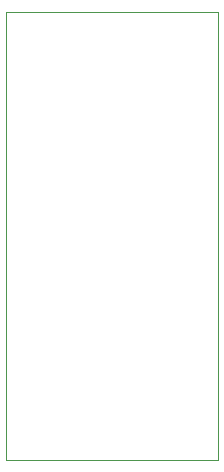
<source format=gm1>
G04 #@! TF.GenerationSoftware,KiCad,Pcbnew,8.0.3*
G04 #@! TF.CreationDate,2024-06-18T14:47:19-04:00*
G04 #@! TF.ProjectId,SoarerMax,536f6172-6572-44d6-9178-2e6b69636164,rev?*
G04 #@! TF.SameCoordinates,Original*
G04 #@! TF.FileFunction,Profile,NP*
%FSLAX46Y46*%
G04 Gerber Fmt 4.6, Leading zero omitted, Abs format (unit mm)*
G04 Created by KiCad (PCBNEW 8.0.3) date 2024-06-18 14:47:19*
%MOMM*%
%LPD*%
G01*
G04 APERTURE LIST*
G04 #@! TA.AperFunction,Profile*
%ADD10C,0.050000*%
G04 #@! TD*
G04 APERTURE END LIST*
D10*
X140000000Y-81000000D02*
X158000000Y-81000000D01*
X158000000Y-119000000D01*
X140000000Y-119000000D01*
X140000000Y-81000000D01*
M02*

</source>
